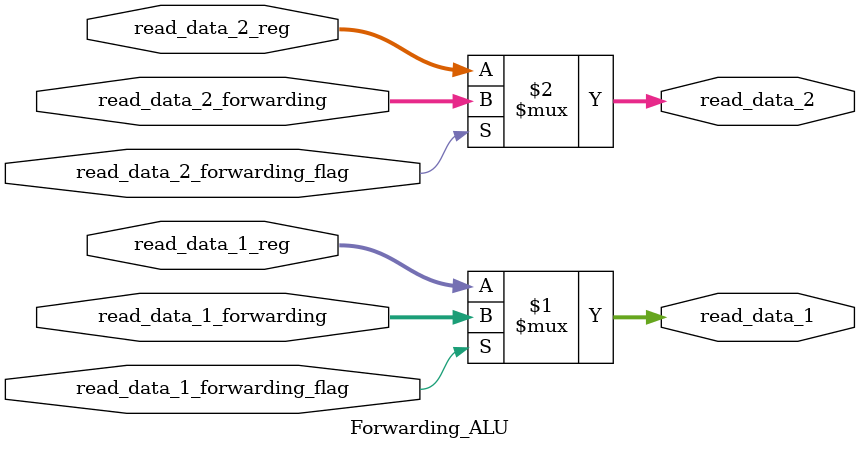
<source format=v>
`timescale 1ns / 1ps

module Forwarding_ALU(
    input [31:0] read_data_1_reg,
    input [31:0] read_data_2_reg,//娴犲窎egester file娑擃叀顕伴崙铏规畱閺佺増宓�
    input [31:0] read_data_1_forwarding,
    input [31:0] read_data_2_forwarding,//娴犲锭orwarding_EX閸楁洖鍘撴稉顓☆嚢閸戣櫣娈戦弫鐗堝祦
    input read_data_1_forwarding_flag,
    input read_data_2_forwarding_flag,

    output [31:0] read_data_1,
    output [31:0] read_data_2
);

assign read_data_1 = (read_data_1_forwarding_flag) ? read_data_1_forwarding : read_data_1_reg;
assign read_data_2 = (read_data_2_forwarding_flag) ? read_data_2_forwarding : read_data_2_reg;
endmodule
</source>
